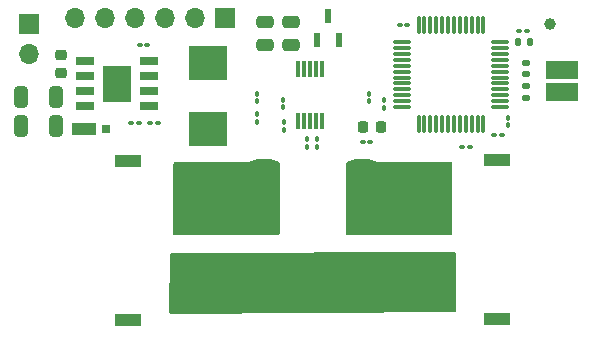
<source format=gbr>
%TF.GenerationSoftware,KiCad,Pcbnew,7.0.7*%
%TF.CreationDate,2023-09-11T02:53:06+05:30*%
%TF.ProjectId,DR1-Powie,4452312d-506f-4776-9965-2e6b69636164,rev?*%
%TF.SameCoordinates,Original*%
%TF.FileFunction,Soldermask,Top*%
%TF.FilePolarity,Negative*%
%FSLAX46Y46*%
G04 Gerber Fmt 4.6, Leading zero omitted, Abs format (unit mm)*
G04 Created by KiCad (PCBNEW 7.0.7) date 2023-09-11 02:53:06*
%MOMM*%
%LPD*%
G01*
G04 APERTURE LIST*
G04 Aperture macros list*
%AMRoundRect*
0 Rectangle with rounded corners*
0 $1 Rounding radius*
0 $2 $3 $4 $5 $6 $7 $8 $9 X,Y pos of 4 corners*
0 Add a 4 corners polygon primitive as box body*
4,1,4,$2,$3,$4,$5,$6,$7,$8,$9,$2,$3,0*
0 Add four circle primitives for the rounded corners*
1,1,$1+$1,$2,$3*
1,1,$1+$1,$4,$5*
1,1,$1+$1,$6,$7*
1,1,$1+$1,$8,$9*
0 Add four rect primitives between the rounded corners*
20,1,$1+$1,$2,$3,$4,$5,0*
20,1,$1+$1,$4,$5,$6,$7,0*
20,1,$1+$1,$6,$7,$8,$9,0*
20,1,$1+$1,$8,$9,$2,$3,0*%
G04 Aperture macros list end*
%ADD10R,2.000000X1.100000*%
%ADD11R,0.800000X0.800000*%
%ADD12RoundRect,0.140000X0.170000X-0.140000X0.170000X0.140000X-0.170000X0.140000X-0.170000X-0.140000X0*%
%ADD13RoundRect,0.250000X0.325000X0.650000X-0.325000X0.650000X-0.325000X-0.650000X0.325000X-0.650000X0*%
%ADD14RoundRect,0.100000X0.100000X-0.130000X0.100000X0.130000X-0.100000X0.130000X-0.100000X-0.130000X0*%
%ADD15RoundRect,0.100000X-0.130000X-0.100000X0.130000X-0.100000X0.130000X0.100000X-0.130000X0.100000X0*%
%ADD16R,1.525000X0.650000*%
%ADD17R,2.400000X3.100000*%
%ADD18R,1.700000X1.700000*%
%ADD19O,1.700000X1.700000*%
%ADD20RoundRect,0.100000X-0.100000X0.130000X-0.100000X-0.130000X0.100000X-0.130000X0.100000X0.130000X0*%
%ADD21C,1.000000*%
%ADD22RoundRect,0.250000X-0.475000X0.250000X-0.475000X-0.250000X0.475000X-0.250000X0.475000X0.250000X0*%
%ADD23RoundRect,0.140000X-0.170000X0.140000X-0.170000X-0.140000X0.170000X-0.140000X0.170000X0.140000X0*%
%ADD24RoundRect,0.100000X0.130000X0.100000X-0.130000X0.100000X-0.130000X-0.100000X0.130000X-0.100000X0*%
%ADD25RoundRect,0.140000X-0.140000X-0.170000X0.140000X-0.170000X0.140000X0.170000X-0.140000X0.170000X0*%
%ADD26RoundRect,0.225000X0.250000X-0.225000X0.250000X0.225000X-0.250000X0.225000X-0.250000X-0.225000X0*%
%ADD27RoundRect,0.218750X0.218750X0.256250X-0.218750X0.256250X-0.218750X-0.256250X0.218750X-0.256250X0*%
%ADD28R,3.200000X2.900000*%
%ADD29R,2.700000X1.500000*%
%ADD30R,0.300000X1.400000*%
%ADD31R,0.600000X1.250000*%
%ADD32RoundRect,0.675000X0.675000X2.425000X-0.675000X2.425000X-0.675000X-2.425000X0.675000X-2.425000X0*%
%ADD33RoundRect,0.075000X0.662500X0.075000X-0.662500X0.075000X-0.662500X-0.075000X0.662500X-0.075000X0*%
%ADD34RoundRect,0.075000X0.075000X0.662500X-0.075000X0.662500X-0.075000X-0.662500X0.075000X-0.662500X0*%
%ADD35R,2.200000X1.100000*%
%ADD36RoundRect,1.025000X1.025000X-1.025000X1.025000X1.025000X-1.025000X1.025000X-1.025000X-1.025000X0*%
%ADD37C,4.100000*%
%ADD38RoundRect,1.025000X-1.025000X1.025000X-1.025000X-1.025000X1.025000X-1.025000X1.025000X1.025000X0*%
G04 APERTURE END LIST*
D10*
%TO.C,D6*%
X95460000Y-49600000D03*
D11*
X97360000Y-49600000D03*
%TD*%
D12*
%TO.C,C2*%
X132940000Y-44920000D03*
X132940000Y-43960000D03*
%TD*%
D13*
%TO.C,C18*%
X93095000Y-46880000D03*
X90145000Y-46880000D03*
%TD*%
D14*
%TO.C,C10*%
X119600000Y-47220000D03*
X119600000Y-46580000D03*
%TD*%
D15*
%TO.C,R14*%
X99490000Y-49090000D03*
X100130000Y-49090000D03*
%TD*%
D16*
%TO.C,IC3*%
X95540000Y-43860000D03*
X95540000Y-45130000D03*
X95540000Y-46400000D03*
X95540000Y-47670000D03*
X100964000Y-47670000D03*
X100964000Y-46400000D03*
X100964000Y-45130000D03*
X100964000Y-43860000D03*
D17*
X98252000Y-45765000D03*
%TD*%
D18*
%TO.C,J5*%
X107440000Y-40190000D03*
D19*
X104900000Y-40190000D03*
X102360000Y-40190000D03*
X99820000Y-40190000D03*
X97280000Y-40190000D03*
X94740000Y-40190000D03*
%TD*%
D20*
%TO.C,R19*%
X115200000Y-50425000D03*
X115200000Y-51065000D03*
%TD*%
D21*
%TO.C,TP2*%
X134980000Y-40720000D03*
%TD*%
D20*
%TO.C,R18*%
X114400000Y-50425000D03*
X114400000Y-51065000D03*
%TD*%
D15*
%TO.C,R11*%
X119090000Y-50660000D03*
X119730000Y-50660000D03*
%TD*%
D22*
%TO.C,C23*%
X113000000Y-40550000D03*
X113000000Y-42450000D03*
%TD*%
D15*
%TO.C,C6*%
X130200000Y-50080000D03*
X130840000Y-50080000D03*
%TD*%
D23*
%TO.C,C1*%
X132930000Y-45950000D03*
X132930000Y-46910000D03*
%TD*%
D18*
%TO.C,J4*%
X90850000Y-40695000D03*
D19*
X90850000Y-43235000D03*
%TD*%
D14*
%TO.C,C12*%
X112400000Y-49620000D03*
X112400000Y-48980000D03*
%TD*%
D24*
%TO.C,C3*%
X122860000Y-40750000D03*
X122220000Y-40750000D03*
%TD*%
D20*
%TO.C,R17*%
X110130000Y-48330000D03*
X110130000Y-48970000D03*
%TD*%
D25*
%TO.C,C7*%
X132270000Y-42190000D03*
X133230000Y-42190000D03*
%TD*%
D26*
%TO.C,C20*%
X93550000Y-44865000D03*
X93550000Y-43315000D03*
%TD*%
D24*
%TO.C,R15*%
X101740000Y-49080000D03*
X101100000Y-49080000D03*
%TD*%
D22*
%TO.C,C22*%
X110800000Y-40550000D03*
X110800000Y-42450000D03*
%TD*%
D27*
%TO.C,D5*%
X120657500Y-49380000D03*
X119082500Y-49380000D03*
%TD*%
D28*
%TO.C,L2*%
X105990000Y-43960000D03*
X105990000Y-49560000D03*
%TD*%
D20*
%TO.C,R1*%
X112300000Y-47080000D03*
X112300000Y-47720000D03*
%TD*%
D29*
%TO.C,Y1*%
X135960000Y-46440000D03*
X135960000Y-44540000D03*
%TD*%
D15*
%TO.C,C8*%
X132330000Y-41280000D03*
X132970000Y-41280000D03*
%TD*%
%TO.C,C21*%
X100195000Y-42480000D03*
X100835000Y-42480000D03*
%TD*%
D30*
%TO.C,IC1*%
X115600000Y-44500000D03*
X115100000Y-44500000D03*
X114600000Y-44500000D03*
X114100000Y-44500000D03*
X113600000Y-44500000D03*
X113600000Y-48900000D03*
X114100000Y-48900000D03*
X114600000Y-48900000D03*
X115100000Y-48900000D03*
X115600000Y-48900000D03*
%TD*%
D20*
%TO.C,R16*%
X110120000Y-46590000D03*
X110120000Y-47230000D03*
%TD*%
D14*
%TO.C,C4*%
X120880000Y-47780000D03*
X120880000Y-47140000D03*
%TD*%
D31*
%TO.C,D7*%
X115200000Y-42000000D03*
X117100000Y-42000000D03*
X116150000Y-40000000D03*
%TD*%
D32*
%TO.C,R12*%
X118995000Y-55240000D03*
X110695000Y-55240000D03*
%TD*%
D33*
%TO.C,U1*%
X130722500Y-47720000D03*
X130722500Y-47220000D03*
X130722500Y-46720000D03*
X130722500Y-46220000D03*
X130722500Y-45720000D03*
X130722500Y-45220000D03*
X130722500Y-44720000D03*
X130722500Y-44220000D03*
X130722500Y-43720000D03*
X130722500Y-43220000D03*
X130722500Y-42720000D03*
X130722500Y-42220000D03*
D34*
X129310000Y-40807500D03*
X128810000Y-40807500D03*
X128310000Y-40807500D03*
X127810000Y-40807500D03*
X127310000Y-40807500D03*
X126810000Y-40807500D03*
X126310000Y-40807500D03*
X125810000Y-40807500D03*
X125310000Y-40807500D03*
X124810000Y-40807500D03*
X124310000Y-40807500D03*
X123810000Y-40807500D03*
D33*
X122397500Y-42220000D03*
X122397500Y-42720000D03*
X122397500Y-43220000D03*
X122397500Y-43720000D03*
X122397500Y-44220000D03*
X122397500Y-44720000D03*
X122397500Y-45220000D03*
X122397500Y-45720000D03*
X122397500Y-46220000D03*
X122397500Y-46720000D03*
X122397500Y-47220000D03*
X122397500Y-47720000D03*
D34*
X123810000Y-49132500D03*
X124310000Y-49132500D03*
X124810000Y-49132500D03*
X125310000Y-49132500D03*
X125810000Y-49132500D03*
X126310000Y-49132500D03*
X126810000Y-49132500D03*
X127310000Y-49132500D03*
X127810000Y-49132500D03*
X128310000Y-49132500D03*
X128810000Y-49132500D03*
X129310000Y-49132500D03*
%TD*%
D15*
%TO.C,R4*%
X127530000Y-51070000D03*
X128170000Y-51070000D03*
%TD*%
D20*
%TO.C,C5*%
X131350000Y-48630000D03*
X131350000Y-49270000D03*
%TD*%
D13*
%TO.C,C17*%
X93095000Y-49340000D03*
X90145000Y-49340000D03*
%TD*%
D35*
%TO.C,J2*%
X130430000Y-65690000D03*
X130430000Y-52190000D03*
D36*
X124430000Y-55340000D03*
D37*
X124430000Y-62540000D03*
%TD*%
D35*
%TO.C,J1*%
X99240000Y-52260000D03*
X99240000Y-65760000D03*
D38*
X105240000Y-55410000D03*
D37*
X105240000Y-62610000D03*
%TD*%
G36*
X111975549Y-52361327D02*
G01*
X112030208Y-52415743D01*
X112050336Y-52490199D01*
X112050336Y-58382528D01*
X112030374Y-58457028D01*
X111975836Y-58511566D01*
X111901666Y-58531528D01*
X103170391Y-58550866D01*
X103095847Y-58531068D01*
X103041189Y-58476652D01*
X103021061Y-58402196D01*
X103021063Y-58401144D01*
X103049618Y-52509148D01*
X103069941Y-52434746D01*
X103124742Y-52380473D01*
X103198285Y-52360870D01*
X111901005Y-52341530D01*
X111975549Y-52361327D01*
G37*
G36*
X126605212Y-52361327D02*
G01*
X126659871Y-52415743D01*
X126679999Y-52490199D01*
X126679999Y-52490530D01*
X126680000Y-58382528D01*
X126660038Y-58457028D01*
X126605500Y-58511566D01*
X126531330Y-58531528D01*
X117800055Y-58550866D01*
X117725511Y-58531068D01*
X117670853Y-58476652D01*
X117650725Y-58402196D01*
X117650727Y-58401144D01*
X117679282Y-52509148D01*
X117699605Y-52434746D01*
X117754406Y-52380473D01*
X117827949Y-52360870D01*
X126530668Y-52341530D01*
X126605212Y-52361327D01*
G37*
G36*
X126923762Y-60020119D02*
G01*
X126978412Y-60074544D01*
X126998528Y-60149003D01*
X126998521Y-60150771D01*
X126951440Y-64953066D01*
X126930748Y-65027366D01*
X126875678Y-65081367D01*
X126803060Y-65100604D01*
X102802546Y-65199372D01*
X102727965Y-65179716D01*
X102673203Y-65125403D01*
X102652934Y-65050986D01*
X102652961Y-65047480D01*
X102747168Y-60195806D01*
X102768573Y-60121708D01*
X102824159Y-60068239D01*
X102895833Y-60049699D01*
X126849221Y-60000310D01*
X126923762Y-60020119D01*
G37*
M02*

</source>
